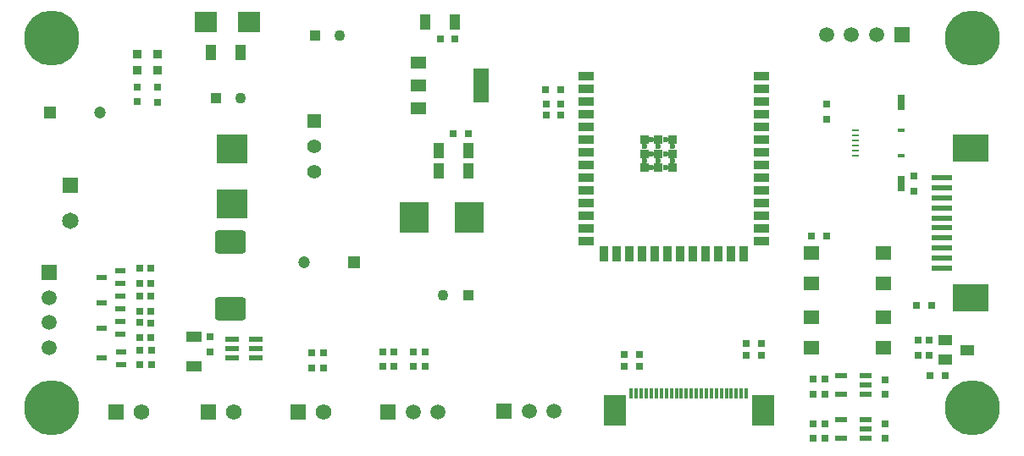
<source format=gbr>
%TF.GenerationSoftware,Altium Limited,Altium Designer,23.4.1 (23)*%
G04 Layer_Color=255*
%FSLAX45Y45*%
%MOMM*%
%TF.SameCoordinates,D6ADF24A-3376-43E2-8D1E-8FFFCD63A60F*%
%TF.FilePolarity,Positive*%
%TF.FileFunction,Pads,Top*%
%TF.Part,Single*%
G01*
G75*
%TA.AperFunction,SMDPad,CuDef*%
%ADD10R,0.70000X0.25000*%
%ADD11R,0.65000X0.40000*%
%ADD12R,0.65000X1.60000*%
%ADD13R,0.95000X0.85000*%
%ADD14R,1.50000X1.30000*%
%ADD15R,1.50000X3.50000*%
%ADD16R,1.34000X0.59000*%
%ADD17R,2.85000X3.10000*%
%ADD18R,2.28000X2.12000*%
%ADD19R,1.00000X1.60000*%
G04:AMPARAMS|DCode=20|XSize=2.33mm|YSize=3.07mm|CornerRadius=0.29125mm|HoleSize=0mm|Usage=FLASHONLY|Rotation=270.000|XOffset=0mm|YOffset=0mm|HoleType=Round|Shape=RoundedRectangle|*
%AMROUNDEDRECTD20*
21,1,2.33000,2.48750,0,0,270.0*
21,1,1.74750,3.07000,0,0,270.0*
1,1,0.58250,-1.24375,-0.87375*
1,1,0.58250,-1.24375,0.87375*
1,1,0.58250,1.24375,0.87375*
1,1,0.58250,1.24375,-0.87375*
%
%ADD20ROUNDEDRECTD20*%
%ADD21R,1.60000X1.40000*%
%TA.AperFunction,BGAPad,CuDef*%
%ADD22R,0.90000X0.90000*%
%TA.AperFunction,SMDPad,CuDef*%
%ADD23R,1.50000X0.90000*%
%ADD24R,0.90000X1.50000*%
%ADD25R,0.75000X0.80000*%
%ADD26R,1.00000X0.55000*%
%TA.AperFunction,ConnectorPad*%
%ADD27R,2.00000X0.61000*%
%ADD28R,3.60000X2.68000*%
%TA.AperFunction,SMDPad,CuDef*%
%ADD29R,0.30000X1.10000*%
%ADD30R,2.30000X3.10000*%
G04:AMPARAMS|DCode=31|XSize=1.21mm|YSize=0.59mm|CornerRadius=0.02655mm|HoleSize=0mm|Usage=FLASHONLY|Rotation=180.000|XOffset=0mm|YOffset=0mm|HoleType=Round|Shape=RoundedRectangle|*
%AMROUNDEDRECTD31*
21,1,1.21000,0.53690,0,0,180.0*
21,1,1.15690,0.59000,0,0,180.0*
1,1,0.05310,-0.57845,0.26845*
1,1,0.05310,0.57845,0.26845*
1,1,0.05310,0.57845,-0.26845*
1,1,0.05310,-0.57845,-0.26845*
%
%ADD31ROUNDEDRECTD31*%
%ADD32R,1.40000X1.00000*%
%ADD33R,0.80000X0.75000*%
%ADD34R,1.60000X1.00000*%
%ADD35R,3.10000X2.85000*%
%TA.AperFunction,ComponentPad*%
%ADD46C,1.50800*%
%ADD47R,1.50800X1.50800*%
%ADD48R,1.20000X1.20000*%
%ADD49C,1.20000*%
%ADD50C,1.10000*%
%ADD51R,1.10000X1.10000*%
%ADD52C,0.60000*%
%ADD53R,1.65000X1.65000*%
%ADD54C,1.65000*%
%ADD55C,1.40000*%
%ADD56R,1.40000X1.40000*%
%ADD57R,1.57500X1.57500*%
%ADD58C,1.57500*%
%ADD59R,1.50800X1.50800*%
%TA.AperFunction,ViaPad*%
%ADD60C,5.50000*%
D10*
X8433000Y3176000D02*
D03*
Y3126000D02*
D03*
Y3076000D02*
D03*
Y3026000D02*
D03*
Y2976000D02*
D03*
Y2926000D02*
D03*
D11*
X8885500Y3176000D02*
D03*
Y2926000D02*
D03*
D12*
Y3456000D02*
D03*
Y2646000D02*
D03*
D13*
X1455000Y3937001D02*
D03*
Y3777000D02*
D03*
X1250000Y3776000D02*
D03*
Y3936000D02*
D03*
D14*
X4062999Y3855600D02*
D03*
Y3627000D02*
D03*
Y3398400D02*
D03*
D15*
X4692919Y3627000D02*
D03*
D16*
X2199000Y1086000D02*
D03*
X2199001Y991000D02*
D03*
X2199000Y896000D02*
D03*
X2437000Y896000D02*
D03*
X2437000Y991000D02*
D03*
X2437000Y1086000D02*
D03*
D17*
X4022000Y2303000D02*
D03*
X4571999D02*
D03*
D18*
X1938500Y4265000D02*
D03*
X2371500D02*
D03*
D19*
X4566000Y2770000D02*
D03*
X4266000D02*
D03*
X2289000Y3953000D02*
D03*
X1989000D02*
D03*
X4264000Y2976000D02*
D03*
X4564000D02*
D03*
X4131388Y4262016D02*
D03*
X4431388D02*
D03*
D20*
X2185000Y1390500D02*
D03*
Y2063500D02*
D03*
D21*
X7991000Y1306000D02*
D03*
X8714000D02*
D03*
X7994000Y1006000D02*
D03*
X8714000Y1006000D02*
D03*
X8715000Y1947000D02*
D03*
X7992000D02*
D03*
X8715000Y1647001D02*
D03*
X7995000Y1647000D02*
D03*
D22*
X6463989Y2944809D02*
D03*
X6323989D02*
D03*
X6603989D02*
D03*
X6323989Y2804809D02*
D03*
X6463989D02*
D03*
X6603989D02*
D03*
X6323989Y3084809D02*
D03*
X6463989D02*
D03*
X6603989D02*
D03*
D23*
X5738989Y3716809D02*
D03*
Y3589809D02*
D03*
Y3462809D02*
D03*
Y3335809D02*
D03*
Y3208809D02*
D03*
Y3081809D02*
D03*
Y2954809D02*
D03*
Y2700809D02*
D03*
Y2573809D02*
D03*
Y2446809D02*
D03*
Y2319809D02*
D03*
Y2065809D02*
D03*
X7488989Y3208809D02*
D03*
Y3335809D02*
D03*
Y3462809D02*
D03*
Y3589809D02*
D03*
Y3716809D02*
D03*
Y2065809D02*
D03*
X5738989Y2192809D02*
D03*
Y2827809D02*
D03*
X7488989Y2700809D02*
D03*
Y2573809D02*
D03*
Y2446809D02*
D03*
Y2319809D02*
D03*
Y2192809D02*
D03*
Y3081809D02*
D03*
Y2954809D02*
D03*
Y2827809D02*
D03*
D24*
X6169489Y1940809D02*
D03*
X6296489D02*
D03*
X6423489D02*
D03*
X6550489D02*
D03*
X6677489D02*
D03*
X6804489D02*
D03*
X6931489D02*
D03*
X7058489D02*
D03*
X7185489D02*
D03*
X7312489D02*
D03*
X6042489D02*
D03*
X5915489D02*
D03*
D25*
X3000000Y802000D02*
D03*
Y952000D02*
D03*
X3118000D02*
D03*
Y802000D02*
D03*
X8144000Y3437000D02*
D03*
Y3287000D02*
D03*
X4131000Y812000D02*
D03*
X4131000Y962000D02*
D03*
X3821000Y813000D02*
D03*
Y963000D02*
D03*
X9057000Y924000D02*
D03*
Y1074000D02*
D03*
X9172000Y1075000D02*
D03*
Y925000D02*
D03*
X1277600Y1102000D02*
D03*
Y1252000D02*
D03*
X1391600Y1101000D02*
D03*
Y1251000D02*
D03*
X8730000Y684000D02*
D03*
Y534000D02*
D03*
X8013000Y686000D02*
D03*
Y536000D02*
D03*
X8730000Y92000D02*
D03*
Y242000D02*
D03*
X8013000Y94000D02*
D03*
Y244000D02*
D03*
X8126000Y686000D02*
D03*
Y536000D02*
D03*
X8126000Y94000D02*
D03*
Y244000D02*
D03*
X9020000Y2719000D02*
D03*
Y2569000D02*
D03*
X1389600Y1370000D02*
D03*
Y1520000D02*
D03*
X1983000Y1113000D02*
D03*
Y963000D02*
D03*
X1276501Y979800D02*
D03*
Y829800D02*
D03*
X1396500Y979800D02*
D03*
Y829800D02*
D03*
X1275600Y1796000D02*
D03*
X1275600Y1646000D02*
D03*
X1389600Y1796000D02*
D03*
X1389600Y1646000D02*
D03*
X3707000Y963000D02*
D03*
X3707000Y813000D02*
D03*
X4016000Y962001D02*
D03*
Y812000D02*
D03*
X1455000Y3456000D02*
D03*
Y3606000D02*
D03*
X1250000Y3463000D02*
D03*
Y3613000D02*
D03*
X1277600Y1520000D02*
D03*
Y1370000D02*
D03*
D26*
X897600Y1199000D02*
D03*
X1087600Y1264001D02*
D03*
Y1134000D02*
D03*
X899000Y898000D02*
D03*
X1089000Y963001D02*
D03*
Y833001D02*
D03*
X896600Y1707000D02*
D03*
X1086600Y1772000D02*
D03*
Y1642000D02*
D03*
X1087601Y1389000D02*
D03*
X1087600Y1519000D02*
D03*
X897600Y1454000D02*
D03*
D27*
X9300000Y2200000D02*
D03*
Y2100000D02*
D03*
Y2300000D02*
D03*
Y2000000D02*
D03*
Y1900000D02*
D03*
Y1800000D02*
D03*
Y2400000D02*
D03*
Y2500000D02*
D03*
Y2600000D02*
D03*
Y2700000D02*
D03*
D28*
X9580000Y2999000D02*
D03*
Y1501000D02*
D03*
D29*
X6192001Y548000D02*
D03*
X6242001D02*
D03*
X6292001D02*
D03*
X6342001D02*
D03*
X6392001D02*
D03*
X6442001D02*
D03*
X6492001D02*
D03*
X6592001D02*
D03*
X6642000D02*
D03*
X6692000D02*
D03*
X6742001D02*
D03*
X6792001D02*
D03*
X6842001D02*
D03*
X6892001D02*
D03*
X6942001D02*
D03*
X6992001D02*
D03*
X7042001D02*
D03*
X7092001D02*
D03*
X7142001D02*
D03*
X7192001D02*
D03*
X7242001D02*
D03*
X7292001D02*
D03*
X7342001D02*
D03*
X6542001D02*
D03*
D30*
X7509001Y378000D02*
D03*
X6025001D02*
D03*
D31*
X8286500Y93000D02*
D03*
Y282999D02*
D03*
X8537499D02*
D03*
X8537499Y188000D02*
D03*
X8537499Y93000D02*
D03*
X8537499Y725000D02*
D03*
Y535000D02*
D03*
X8537500Y630000D02*
D03*
X8286500Y725000D02*
D03*
Y535000D02*
D03*
D32*
X9326000Y1075000D02*
D03*
Y885000D02*
D03*
X9546000Y980000D02*
D03*
D33*
X7489000Y1040000D02*
D03*
X7339000D02*
D03*
X6272000Y818000D02*
D03*
X6122000D02*
D03*
X6271000Y930000D02*
D03*
X6121000D02*
D03*
X9176300Y722500D02*
D03*
X9326300D02*
D03*
X5338000Y3440000D02*
D03*
X5488000D02*
D03*
X9191000Y1421999D02*
D03*
X9041000D02*
D03*
X7992000Y2117000D02*
D03*
X7339000Y927000D02*
D03*
X7489000D02*
D03*
X5488008Y3329380D02*
D03*
X5338008D02*
D03*
X5486000Y3584000D02*
D03*
X5336000D02*
D03*
X4563000Y3144000D02*
D03*
X4413000D02*
D03*
X4431388Y4092016D02*
D03*
X4281388D02*
D03*
X8142000Y2117000D02*
D03*
D34*
X1823000Y815000D02*
D03*
Y1115000D02*
D03*
D35*
X2197000Y2992000D02*
D03*
Y2442000D02*
D03*
D46*
X370000Y1003000D02*
D03*
Y1253000D02*
D03*
Y1503000D02*
D03*
X4010000Y361000D02*
D03*
X4260000D02*
D03*
X5420000Y364000D02*
D03*
X5170000D02*
D03*
X8644000Y4132000D02*
D03*
X8394000D02*
D03*
X8144000D02*
D03*
D47*
X370000Y1753000D02*
D03*
D48*
X3417000Y1857000D02*
D03*
X377000Y3356000D02*
D03*
D49*
X2917000Y1857000D02*
D03*
X877000Y3356000D02*
D03*
D50*
X3278000Y4130000D02*
D03*
X4310000Y1523000D02*
D03*
X2289000Y3497000D02*
D03*
D51*
X3028000Y4130000D02*
D03*
X4560000Y1523000D02*
D03*
X2039000Y3497000D02*
D03*
D52*
X6463989Y3014809D02*
D03*
X6323989D02*
D03*
X6603989D02*
D03*
X6323989Y2874809D02*
D03*
X6463989D02*
D03*
X6603989D02*
D03*
X6393989Y3084809D02*
D03*
X6533989D02*
D03*
X6393989Y2944809D02*
D03*
X6533989D02*
D03*
X6393989Y2804809D02*
D03*
X6533989D02*
D03*
D53*
X588000Y2624000D02*
D03*
D54*
Y2274000D02*
D03*
D55*
X3024000Y2766000D02*
D03*
Y3020000D02*
D03*
D56*
Y3274000D02*
D03*
D57*
X1967999Y361000D02*
D03*
X1045000Y362000D02*
D03*
X2862000Y361000D02*
D03*
D58*
X2218000D02*
D03*
X3112000D02*
D03*
X1295000Y362000D02*
D03*
D59*
X3760000Y361000D02*
D03*
X4920000Y364000D02*
D03*
X8894000Y4132000D02*
D03*
D60*
X400000Y400000D02*
D03*
Y4100000D02*
D03*
X9600000D02*
D03*
Y400000D02*
D03*
%TF.MD5,4b861789f042af732e8f80068172d7c4*%
M02*

</source>
